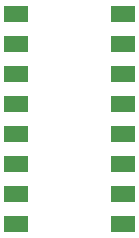
<source format=gbr>
%TF.GenerationSoftware,KiCad,Pcbnew,(6.0.0)*%
%TF.CreationDate,2022-12-13T19:56:49-08:00*%
%TF.ProjectId,MakeItRain,4d616b65-4974-4526-9169-6e2e6b696361,rev?*%
%TF.SameCoordinates,Original*%
%TF.FileFunction,Paste,Top*%
%TF.FilePolarity,Positive*%
%FSLAX46Y46*%
G04 Gerber Fmt 4.6, Leading zero omitted, Abs format (unit mm)*
G04 Created by KiCad (PCBNEW (6.0.0)) date 2022-12-13 19:56:49*
%MOMM*%
%LPD*%
G01*
G04 APERTURE LIST*
%ADD10R,2.100000X1.450000*%
G04 APERTURE END LIST*
D10*
%TO.C,IC4*%
X136544000Y-114701100D03*
X136544000Y-112161100D03*
X136544000Y-109621100D03*
X136544000Y-107081100D03*
X136544000Y-104541100D03*
X136544000Y-102001100D03*
X136544000Y-99461100D03*
X136544000Y-96921100D03*
X127444000Y-96921100D03*
X127444000Y-99461100D03*
X127444000Y-102001100D03*
X127444000Y-104541100D03*
X127444000Y-107081100D03*
X127444000Y-109621100D03*
X127444000Y-112161100D03*
X127444000Y-114701100D03*
%TD*%
M02*

</source>
